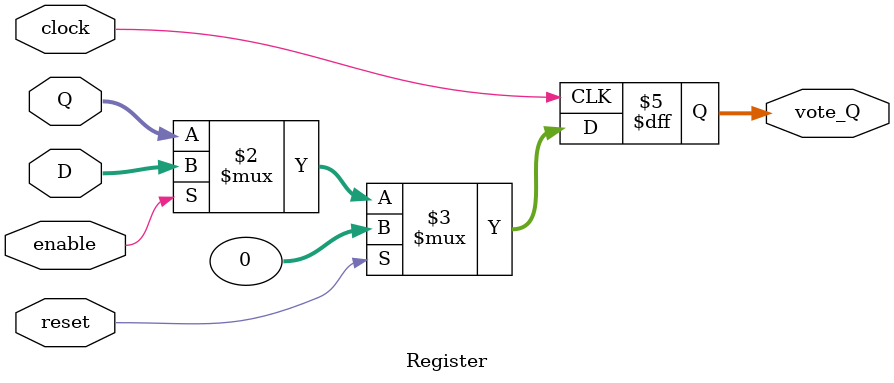
<source format=v>
`timescale 1ns / 1ps
/*
 * File         : Register.v
 * Project      : University of Utah, XUM Project MIPS32 core
 * Creator(s)   : Grant Ayers (ayers@cs.utah.edu)
 *
 * Modification History:
 *   Rev   Date         Initials  Description of Change
 *   1.0   7-Jun-2011   GEA       Initial design.
 *
 * Standards/Formatting:
 *   Verilog 2001, 4 soft tab, wide column.
 *
 * Description:
 *   A variable-width register (d flip-flop) with configurable initial
 *   value. Default is 32-bit width and 0s for initial value.
 */
module Register #(parameter WIDTH = 32, INIT = 0)(
    input  clock,
    input  reset,
    input  enable,
    input  [(WIDTH-1):0] D,
	 input  [(WIDTH-1):0] Q,
    output reg [(WIDTH-1):0] vote_Q
    );

    initial
        vote_Q = INIT;

    always @(posedge clock) begin
        vote_Q <= (reset) ? INIT : ((enable) ? D : Q);
    end

endmodule


</source>
